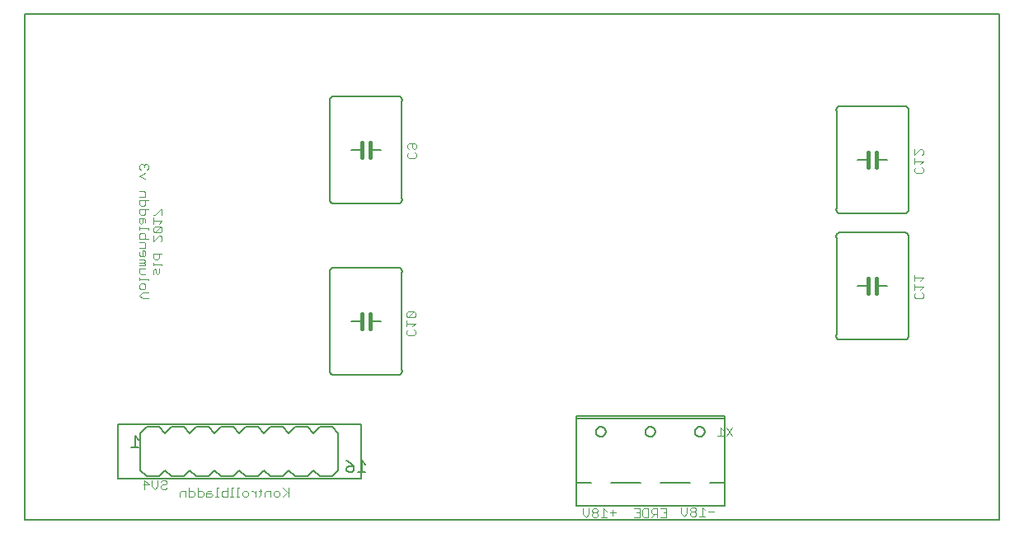
<source format=gbo>
G75*
%MOIN*%
%OFA0B0*%
%FSLAX25Y25*%
%IPPOS*%
%LPD*%
%AMOC8*
5,1,8,0,0,1.08239X$1,22.5*
%
%ADD10C,0.00591*%
%ADD11C,0.00400*%
%ADD12C,0.00600*%
%ADD13C,0.01600*%
%ADD14C,0.00500*%
D10*
X0001800Y0002213D02*
X0001800Y0206937D01*
X0395501Y0206937D01*
X0395501Y0002213D01*
X0001800Y0002213D01*
D11*
X0049479Y0016305D02*
X0051839Y0016305D01*
X0050069Y0018075D01*
X0050069Y0014535D01*
X0053104Y0015715D02*
X0053104Y0018075D01*
X0053104Y0015715D02*
X0054284Y0014535D01*
X0055464Y0015715D01*
X0055464Y0018075D01*
X0056730Y0017485D02*
X0057320Y0018075D01*
X0058500Y0018075D01*
X0059090Y0017485D01*
X0059090Y0016895D01*
X0058500Y0016305D01*
X0057320Y0016305D01*
X0056730Y0015715D01*
X0056730Y0015125D01*
X0057320Y0014535D01*
X0058500Y0014535D01*
X0059090Y0015125D01*
X0064244Y0013238D02*
X0064244Y0011468D01*
X0064244Y0013238D02*
X0064834Y0013828D01*
X0066604Y0013828D01*
X0066604Y0011468D01*
X0067869Y0011468D02*
X0069639Y0011468D01*
X0070229Y0012058D01*
X0070229Y0013238D01*
X0069639Y0013828D01*
X0067869Y0013828D01*
X0067869Y0015008D02*
X0067869Y0011468D01*
X0071494Y0011468D02*
X0073264Y0011468D01*
X0073854Y0012058D01*
X0073854Y0013238D01*
X0073264Y0013828D01*
X0071494Y0013828D01*
X0071494Y0015008D02*
X0071494Y0011468D01*
X0075119Y0011468D02*
X0075119Y0013238D01*
X0075709Y0013828D01*
X0076889Y0013828D01*
X0076889Y0012648D02*
X0075119Y0012648D01*
X0075119Y0011468D02*
X0076889Y0011468D01*
X0077479Y0012058D01*
X0076889Y0012648D01*
X0078716Y0011468D02*
X0079896Y0011468D01*
X0079306Y0011468D02*
X0079306Y0015008D01*
X0079896Y0015008D01*
X0081161Y0013238D02*
X0081751Y0013828D01*
X0083521Y0013828D01*
X0083521Y0015008D02*
X0083521Y0011468D01*
X0081751Y0011468D01*
X0081161Y0012058D01*
X0081161Y0013238D01*
X0084758Y0011468D02*
X0085938Y0011468D01*
X0085348Y0011468D02*
X0085348Y0015008D01*
X0085938Y0015008D01*
X0087765Y0015008D02*
X0087765Y0011468D01*
X0088355Y0011468D02*
X0087175Y0011468D01*
X0089620Y0012058D02*
X0089620Y0013238D01*
X0090210Y0013828D01*
X0091390Y0013828D01*
X0091980Y0013238D01*
X0091980Y0012058D01*
X0091390Y0011468D01*
X0090210Y0011468D01*
X0089620Y0012058D01*
X0093231Y0013828D02*
X0093821Y0013828D01*
X0095001Y0012648D01*
X0095001Y0011468D02*
X0095001Y0013828D01*
X0096237Y0013828D02*
X0097418Y0013828D01*
X0096828Y0014418D02*
X0096828Y0012058D01*
X0096237Y0011468D01*
X0098683Y0011468D02*
X0098683Y0013238D01*
X0099273Y0013828D01*
X0101043Y0013828D01*
X0101043Y0011468D01*
X0102308Y0012058D02*
X0102308Y0013238D01*
X0102898Y0013828D01*
X0104078Y0013828D01*
X0104668Y0013238D01*
X0104668Y0012058D01*
X0104078Y0011468D01*
X0102898Y0011468D01*
X0102308Y0012058D01*
X0105933Y0011468D02*
X0107703Y0013238D01*
X0108293Y0012648D02*
X0105933Y0015008D01*
X0108293Y0015008D02*
X0108293Y0011468D01*
X0088355Y0015008D02*
X0087765Y0015008D01*
X0156079Y0077324D02*
X0156669Y0076734D01*
X0159029Y0076734D01*
X0159619Y0077324D01*
X0159619Y0078504D01*
X0159029Y0079094D01*
X0158439Y0080359D02*
X0159619Y0081539D01*
X0156079Y0081539D01*
X0156079Y0080359D02*
X0156079Y0082719D01*
X0156669Y0083984D02*
X0159029Y0086344D01*
X0156669Y0086344D01*
X0156079Y0085754D01*
X0156079Y0084574D01*
X0156669Y0083984D01*
X0159029Y0083984D01*
X0159619Y0084574D01*
X0159619Y0085754D01*
X0159029Y0086344D01*
X0156669Y0079094D02*
X0156079Y0078504D01*
X0156079Y0077324D01*
X0057115Y0105017D02*
X0057115Y0105607D01*
X0053575Y0105607D01*
X0053575Y0105017D02*
X0053575Y0106197D01*
X0054165Y0107433D02*
X0055345Y0107433D01*
X0055935Y0108023D01*
X0055935Y0109793D01*
X0057115Y0109793D02*
X0053575Y0109793D01*
X0053575Y0108023D01*
X0054165Y0107433D01*
X0050423Y0106771D02*
X0049833Y0106181D01*
X0048063Y0106181D01*
X0048063Y0105001D02*
X0050423Y0105001D01*
X0050423Y0105591D01*
X0049833Y0106181D01*
X0050423Y0106771D02*
X0049833Y0107361D01*
X0048063Y0107361D01*
X0048653Y0108626D02*
X0049833Y0108626D01*
X0050423Y0109216D01*
X0050423Y0110396D01*
X0049833Y0110986D01*
X0049243Y0110986D01*
X0049243Y0108626D01*
X0048653Y0108626D02*
X0048063Y0109216D01*
X0048063Y0110396D01*
X0048063Y0112251D02*
X0050423Y0112251D01*
X0050423Y0114021D01*
X0049833Y0114611D01*
X0048063Y0114611D01*
X0048063Y0115877D02*
X0048063Y0117647D01*
X0048653Y0118237D01*
X0049833Y0118237D01*
X0050423Y0117647D01*
X0050423Y0115877D01*
X0051603Y0115877D02*
X0048063Y0115877D01*
X0053575Y0117044D02*
X0053575Y0114684D01*
X0055935Y0117044D01*
X0056525Y0117044D01*
X0057115Y0116454D01*
X0057115Y0115274D01*
X0056525Y0114684D01*
X0056525Y0118309D02*
X0054165Y0118309D01*
X0056525Y0120669D01*
X0054165Y0120669D01*
X0053575Y0120079D01*
X0053575Y0118899D01*
X0054165Y0118309D01*
X0056525Y0118309D02*
X0057115Y0118899D01*
X0057115Y0120079D01*
X0056525Y0120669D01*
X0055935Y0121934D02*
X0057115Y0123114D01*
X0053575Y0123114D01*
X0053575Y0121934D02*
X0053575Y0124294D01*
X0053575Y0125559D02*
X0054165Y0125559D01*
X0056525Y0127919D01*
X0057115Y0127919D01*
X0057115Y0125559D01*
X0051603Y0127904D02*
X0048063Y0127904D01*
X0048063Y0126134D01*
X0048653Y0125544D01*
X0049833Y0125544D01*
X0050423Y0126134D01*
X0050423Y0127904D01*
X0049833Y0129169D02*
X0050423Y0129759D01*
X0050423Y0131529D01*
X0051603Y0131529D02*
X0048063Y0131529D01*
X0048063Y0129759D01*
X0048653Y0129169D01*
X0049833Y0129169D01*
X0050423Y0132794D02*
X0050423Y0134564D01*
X0049833Y0135154D01*
X0048063Y0135154D01*
X0048063Y0132794D02*
X0050423Y0132794D01*
X0050423Y0140044D02*
X0048063Y0141224D01*
X0050423Y0142404D01*
X0051013Y0143669D02*
X0051603Y0144259D01*
X0051603Y0145439D01*
X0051013Y0146029D01*
X0050423Y0146029D01*
X0049833Y0145439D01*
X0049243Y0146029D01*
X0048653Y0146029D01*
X0048063Y0145439D01*
X0048063Y0144259D01*
X0048653Y0143669D01*
X0049833Y0144849D02*
X0049833Y0145439D01*
X0049833Y0124278D02*
X0048063Y0124278D01*
X0048063Y0122508D01*
X0048653Y0121918D01*
X0049243Y0122508D01*
X0049243Y0124278D01*
X0049833Y0124278D02*
X0050423Y0123688D01*
X0050423Y0122508D01*
X0051603Y0120092D02*
X0048063Y0120092D01*
X0048063Y0119502D02*
X0048063Y0120682D01*
X0051603Y0120092D02*
X0051603Y0119502D01*
X0050423Y0103736D02*
X0048063Y0103736D01*
X0048063Y0101966D01*
X0048653Y0101376D01*
X0050423Y0101376D01*
X0051603Y0099549D02*
X0048063Y0099549D01*
X0048063Y0098959D02*
X0048063Y0100139D01*
X0048653Y0097694D02*
X0049833Y0097694D01*
X0050423Y0097104D01*
X0050423Y0095924D01*
X0049833Y0095334D01*
X0048653Y0095334D01*
X0048063Y0095924D01*
X0048063Y0097104D01*
X0048653Y0097694D01*
X0051603Y0098959D02*
X0051603Y0099549D01*
X0053575Y0101391D02*
X0053575Y0103161D01*
X0054165Y0103751D01*
X0054755Y0103161D01*
X0054755Y0101981D01*
X0055345Y0101391D01*
X0055935Y0101981D01*
X0055935Y0103751D01*
X0051603Y0094069D02*
X0049243Y0094069D01*
X0048063Y0092889D01*
X0049243Y0091709D01*
X0051603Y0091709D01*
X0156472Y0149059D02*
X0156472Y0150239D01*
X0157062Y0150829D01*
X0157062Y0152095D02*
X0156472Y0152685D01*
X0156472Y0153865D01*
X0157062Y0154455D01*
X0159422Y0154455D01*
X0160012Y0153865D01*
X0160012Y0152685D01*
X0159422Y0152095D01*
X0158832Y0152095D01*
X0158242Y0152685D01*
X0158242Y0154455D01*
X0159422Y0150829D02*
X0160012Y0150239D01*
X0160012Y0149059D01*
X0159422Y0148469D01*
X0157062Y0148469D01*
X0156472Y0149059D01*
X0361307Y0149663D02*
X0363667Y0152023D01*
X0364257Y0152023D01*
X0364847Y0151433D01*
X0364847Y0150253D01*
X0364257Y0149663D01*
X0364847Y0147218D02*
X0361307Y0147218D01*
X0361307Y0146038D02*
X0361307Y0148398D01*
X0361307Y0149663D02*
X0361307Y0152023D01*
X0364847Y0147218D02*
X0363667Y0146038D01*
X0364257Y0144773D02*
X0364847Y0144183D01*
X0364847Y0143003D01*
X0364257Y0142413D01*
X0361897Y0142413D01*
X0361307Y0143003D01*
X0361307Y0144183D01*
X0361897Y0144773D01*
X0361307Y0101235D02*
X0361307Y0098875D01*
X0361307Y0100055D02*
X0364847Y0100055D01*
X0363667Y0098875D01*
X0361307Y0097610D02*
X0361307Y0095250D01*
X0361307Y0096430D02*
X0364847Y0096430D01*
X0363667Y0095250D01*
X0364257Y0093985D02*
X0364847Y0093395D01*
X0364847Y0092215D01*
X0364257Y0091625D01*
X0361897Y0091625D01*
X0361307Y0092215D01*
X0361307Y0093395D01*
X0361897Y0093985D01*
X0287624Y0039583D02*
X0285264Y0036043D01*
X0283998Y0036043D02*
X0281638Y0036043D01*
X0282818Y0036043D02*
X0282818Y0039583D01*
X0283998Y0038403D01*
X0285264Y0039583D02*
X0287624Y0036043D01*
X0275535Y0007134D02*
X0275535Y0003594D01*
X0276715Y0003594D02*
X0274355Y0003594D01*
X0273090Y0004184D02*
X0272500Y0003594D01*
X0271320Y0003594D01*
X0270730Y0004184D01*
X0270730Y0004774D01*
X0271320Y0005364D01*
X0272500Y0005364D01*
X0273090Y0005954D01*
X0273090Y0006544D01*
X0272500Y0007134D01*
X0271320Y0007134D01*
X0270730Y0006544D01*
X0270730Y0005954D01*
X0271320Y0005364D01*
X0272500Y0005364D02*
X0273090Y0004774D01*
X0273090Y0004184D01*
X0269465Y0004774D02*
X0268285Y0003594D01*
X0267105Y0004774D01*
X0267105Y0007134D01*
X0269465Y0007134D02*
X0269465Y0004774D01*
X0275535Y0007134D02*
X0276715Y0005954D01*
X0277980Y0005364D02*
X0280340Y0005364D01*
X0261049Y0004970D02*
X0259869Y0004970D01*
X0261049Y0003200D02*
X0258689Y0003200D01*
X0257424Y0003200D02*
X0257424Y0006740D01*
X0255654Y0006740D01*
X0255064Y0006150D01*
X0255064Y0004970D01*
X0255654Y0004380D01*
X0257424Y0004380D01*
X0256244Y0004380D02*
X0255064Y0003200D01*
X0253799Y0003200D02*
X0252029Y0003200D01*
X0251439Y0003790D01*
X0251439Y0006150D01*
X0252029Y0006740D01*
X0253799Y0006740D01*
X0253799Y0003200D01*
X0250173Y0003200D02*
X0247813Y0003200D01*
X0248993Y0004970D02*
X0250173Y0004970D01*
X0250173Y0006740D02*
X0250173Y0003200D01*
X0250173Y0006740D02*
X0247813Y0006740D01*
X0240576Y0004970D02*
X0238216Y0004970D01*
X0236951Y0005560D02*
X0235771Y0006740D01*
X0235771Y0003200D01*
X0236951Y0003200D02*
X0234591Y0003200D01*
X0233326Y0003790D02*
X0233326Y0004380D01*
X0232736Y0004970D01*
X0231556Y0004970D01*
X0230966Y0004380D01*
X0230966Y0003790D01*
X0231556Y0003200D01*
X0232736Y0003200D01*
X0233326Y0003790D01*
X0232736Y0004970D02*
X0233326Y0005560D01*
X0233326Y0006150D01*
X0232736Y0006740D01*
X0231556Y0006740D01*
X0230966Y0006150D01*
X0230966Y0005560D01*
X0231556Y0004970D01*
X0229701Y0004380D02*
X0228521Y0003200D01*
X0227341Y0004380D01*
X0227341Y0006740D01*
X0229701Y0006740D02*
X0229701Y0004380D01*
X0239396Y0003790D02*
X0239396Y0006150D01*
X0258689Y0006740D02*
X0261049Y0006740D01*
X0261049Y0003200D01*
D12*
X0284556Y0007622D02*
X0284556Y0017122D01*
X0278556Y0017122D01*
X0284556Y0017122D02*
X0284556Y0043122D01*
X0284556Y0044122D01*
X0224556Y0044122D01*
X0224556Y0043122D01*
X0224556Y0017122D01*
X0224556Y0007622D01*
X0284556Y0007622D01*
X0270556Y0017122D02*
X0258556Y0017122D01*
X0250556Y0017122D02*
X0238556Y0017122D01*
X0230556Y0017122D02*
X0224556Y0017122D01*
X0232556Y0037822D02*
X0232558Y0037911D01*
X0232564Y0038000D01*
X0232574Y0038089D01*
X0232588Y0038177D01*
X0232605Y0038264D01*
X0232627Y0038350D01*
X0232653Y0038436D01*
X0232682Y0038520D01*
X0232715Y0038603D01*
X0232751Y0038684D01*
X0232792Y0038764D01*
X0232835Y0038841D01*
X0232882Y0038917D01*
X0232933Y0038990D01*
X0232986Y0039061D01*
X0233043Y0039130D01*
X0233103Y0039196D01*
X0233166Y0039260D01*
X0233231Y0039320D01*
X0233299Y0039378D01*
X0233370Y0039432D01*
X0233443Y0039483D01*
X0233518Y0039531D01*
X0233595Y0039576D01*
X0233674Y0039617D01*
X0233755Y0039654D01*
X0233837Y0039688D01*
X0233921Y0039719D01*
X0234006Y0039745D01*
X0234092Y0039768D01*
X0234179Y0039786D01*
X0234267Y0039801D01*
X0234356Y0039812D01*
X0234445Y0039819D01*
X0234534Y0039822D01*
X0234623Y0039821D01*
X0234712Y0039816D01*
X0234800Y0039807D01*
X0234889Y0039794D01*
X0234976Y0039777D01*
X0235063Y0039757D01*
X0235149Y0039732D01*
X0235233Y0039704D01*
X0235316Y0039672D01*
X0235398Y0039636D01*
X0235478Y0039597D01*
X0235556Y0039554D01*
X0235632Y0039508D01*
X0235706Y0039458D01*
X0235778Y0039405D01*
X0235847Y0039349D01*
X0235914Y0039290D01*
X0235978Y0039228D01*
X0236039Y0039164D01*
X0236098Y0039096D01*
X0236153Y0039026D01*
X0236205Y0038954D01*
X0236254Y0038879D01*
X0236299Y0038803D01*
X0236341Y0038724D01*
X0236379Y0038644D01*
X0236414Y0038562D01*
X0236445Y0038478D01*
X0236473Y0038393D01*
X0236496Y0038307D01*
X0236516Y0038220D01*
X0236532Y0038133D01*
X0236544Y0038044D01*
X0236552Y0037956D01*
X0236556Y0037867D01*
X0236556Y0037777D01*
X0236552Y0037688D01*
X0236544Y0037600D01*
X0236532Y0037511D01*
X0236516Y0037424D01*
X0236496Y0037337D01*
X0236473Y0037251D01*
X0236445Y0037166D01*
X0236414Y0037082D01*
X0236379Y0037000D01*
X0236341Y0036920D01*
X0236299Y0036841D01*
X0236254Y0036765D01*
X0236205Y0036690D01*
X0236153Y0036618D01*
X0236098Y0036548D01*
X0236039Y0036480D01*
X0235978Y0036416D01*
X0235914Y0036354D01*
X0235847Y0036295D01*
X0235778Y0036239D01*
X0235706Y0036186D01*
X0235632Y0036136D01*
X0235556Y0036090D01*
X0235478Y0036047D01*
X0235398Y0036008D01*
X0235316Y0035972D01*
X0235233Y0035940D01*
X0235149Y0035912D01*
X0235063Y0035887D01*
X0234976Y0035867D01*
X0234889Y0035850D01*
X0234800Y0035837D01*
X0234712Y0035828D01*
X0234623Y0035823D01*
X0234534Y0035822D01*
X0234445Y0035825D01*
X0234356Y0035832D01*
X0234267Y0035843D01*
X0234179Y0035858D01*
X0234092Y0035876D01*
X0234006Y0035899D01*
X0233921Y0035925D01*
X0233837Y0035956D01*
X0233755Y0035990D01*
X0233674Y0036027D01*
X0233595Y0036068D01*
X0233518Y0036113D01*
X0233443Y0036161D01*
X0233370Y0036212D01*
X0233299Y0036266D01*
X0233231Y0036324D01*
X0233166Y0036384D01*
X0233103Y0036448D01*
X0233043Y0036514D01*
X0232986Y0036583D01*
X0232933Y0036654D01*
X0232882Y0036727D01*
X0232835Y0036803D01*
X0232792Y0036880D01*
X0232751Y0036960D01*
X0232715Y0037041D01*
X0232682Y0037124D01*
X0232653Y0037208D01*
X0232627Y0037294D01*
X0232605Y0037380D01*
X0232588Y0037467D01*
X0232574Y0037555D01*
X0232564Y0037644D01*
X0232558Y0037733D01*
X0232556Y0037822D01*
X0224556Y0043122D02*
X0284556Y0043122D01*
X0272556Y0037822D02*
X0272558Y0037911D01*
X0272564Y0038000D01*
X0272574Y0038089D01*
X0272588Y0038177D01*
X0272605Y0038264D01*
X0272627Y0038350D01*
X0272653Y0038436D01*
X0272682Y0038520D01*
X0272715Y0038603D01*
X0272751Y0038684D01*
X0272792Y0038764D01*
X0272835Y0038841D01*
X0272882Y0038917D01*
X0272933Y0038990D01*
X0272986Y0039061D01*
X0273043Y0039130D01*
X0273103Y0039196D01*
X0273166Y0039260D01*
X0273231Y0039320D01*
X0273299Y0039378D01*
X0273370Y0039432D01*
X0273443Y0039483D01*
X0273518Y0039531D01*
X0273595Y0039576D01*
X0273674Y0039617D01*
X0273755Y0039654D01*
X0273837Y0039688D01*
X0273921Y0039719D01*
X0274006Y0039745D01*
X0274092Y0039768D01*
X0274179Y0039786D01*
X0274267Y0039801D01*
X0274356Y0039812D01*
X0274445Y0039819D01*
X0274534Y0039822D01*
X0274623Y0039821D01*
X0274712Y0039816D01*
X0274800Y0039807D01*
X0274889Y0039794D01*
X0274976Y0039777D01*
X0275063Y0039757D01*
X0275149Y0039732D01*
X0275233Y0039704D01*
X0275316Y0039672D01*
X0275398Y0039636D01*
X0275478Y0039597D01*
X0275556Y0039554D01*
X0275632Y0039508D01*
X0275706Y0039458D01*
X0275778Y0039405D01*
X0275847Y0039349D01*
X0275914Y0039290D01*
X0275978Y0039228D01*
X0276039Y0039164D01*
X0276098Y0039096D01*
X0276153Y0039026D01*
X0276205Y0038954D01*
X0276254Y0038879D01*
X0276299Y0038803D01*
X0276341Y0038724D01*
X0276379Y0038644D01*
X0276414Y0038562D01*
X0276445Y0038478D01*
X0276473Y0038393D01*
X0276496Y0038307D01*
X0276516Y0038220D01*
X0276532Y0038133D01*
X0276544Y0038044D01*
X0276552Y0037956D01*
X0276556Y0037867D01*
X0276556Y0037777D01*
X0276552Y0037688D01*
X0276544Y0037600D01*
X0276532Y0037511D01*
X0276516Y0037424D01*
X0276496Y0037337D01*
X0276473Y0037251D01*
X0276445Y0037166D01*
X0276414Y0037082D01*
X0276379Y0037000D01*
X0276341Y0036920D01*
X0276299Y0036841D01*
X0276254Y0036765D01*
X0276205Y0036690D01*
X0276153Y0036618D01*
X0276098Y0036548D01*
X0276039Y0036480D01*
X0275978Y0036416D01*
X0275914Y0036354D01*
X0275847Y0036295D01*
X0275778Y0036239D01*
X0275706Y0036186D01*
X0275632Y0036136D01*
X0275556Y0036090D01*
X0275478Y0036047D01*
X0275398Y0036008D01*
X0275316Y0035972D01*
X0275233Y0035940D01*
X0275149Y0035912D01*
X0275063Y0035887D01*
X0274976Y0035867D01*
X0274889Y0035850D01*
X0274800Y0035837D01*
X0274712Y0035828D01*
X0274623Y0035823D01*
X0274534Y0035822D01*
X0274445Y0035825D01*
X0274356Y0035832D01*
X0274267Y0035843D01*
X0274179Y0035858D01*
X0274092Y0035876D01*
X0274006Y0035899D01*
X0273921Y0035925D01*
X0273837Y0035956D01*
X0273755Y0035990D01*
X0273674Y0036027D01*
X0273595Y0036068D01*
X0273518Y0036113D01*
X0273443Y0036161D01*
X0273370Y0036212D01*
X0273299Y0036266D01*
X0273231Y0036324D01*
X0273166Y0036384D01*
X0273103Y0036448D01*
X0273043Y0036514D01*
X0272986Y0036583D01*
X0272933Y0036654D01*
X0272882Y0036727D01*
X0272835Y0036803D01*
X0272792Y0036880D01*
X0272751Y0036960D01*
X0272715Y0037041D01*
X0272682Y0037124D01*
X0272653Y0037208D01*
X0272627Y0037294D01*
X0272605Y0037380D01*
X0272588Y0037467D01*
X0272574Y0037555D01*
X0272564Y0037644D01*
X0272558Y0037733D01*
X0272556Y0037822D01*
X0252556Y0037822D02*
X0252558Y0037911D01*
X0252564Y0038000D01*
X0252574Y0038089D01*
X0252588Y0038177D01*
X0252605Y0038264D01*
X0252627Y0038350D01*
X0252653Y0038436D01*
X0252682Y0038520D01*
X0252715Y0038603D01*
X0252751Y0038684D01*
X0252792Y0038764D01*
X0252835Y0038841D01*
X0252882Y0038917D01*
X0252933Y0038990D01*
X0252986Y0039061D01*
X0253043Y0039130D01*
X0253103Y0039196D01*
X0253166Y0039260D01*
X0253231Y0039320D01*
X0253299Y0039378D01*
X0253370Y0039432D01*
X0253443Y0039483D01*
X0253518Y0039531D01*
X0253595Y0039576D01*
X0253674Y0039617D01*
X0253755Y0039654D01*
X0253837Y0039688D01*
X0253921Y0039719D01*
X0254006Y0039745D01*
X0254092Y0039768D01*
X0254179Y0039786D01*
X0254267Y0039801D01*
X0254356Y0039812D01*
X0254445Y0039819D01*
X0254534Y0039822D01*
X0254623Y0039821D01*
X0254712Y0039816D01*
X0254800Y0039807D01*
X0254889Y0039794D01*
X0254976Y0039777D01*
X0255063Y0039757D01*
X0255149Y0039732D01*
X0255233Y0039704D01*
X0255316Y0039672D01*
X0255398Y0039636D01*
X0255478Y0039597D01*
X0255556Y0039554D01*
X0255632Y0039508D01*
X0255706Y0039458D01*
X0255778Y0039405D01*
X0255847Y0039349D01*
X0255914Y0039290D01*
X0255978Y0039228D01*
X0256039Y0039164D01*
X0256098Y0039096D01*
X0256153Y0039026D01*
X0256205Y0038954D01*
X0256254Y0038879D01*
X0256299Y0038803D01*
X0256341Y0038724D01*
X0256379Y0038644D01*
X0256414Y0038562D01*
X0256445Y0038478D01*
X0256473Y0038393D01*
X0256496Y0038307D01*
X0256516Y0038220D01*
X0256532Y0038133D01*
X0256544Y0038044D01*
X0256552Y0037956D01*
X0256556Y0037867D01*
X0256556Y0037777D01*
X0256552Y0037688D01*
X0256544Y0037600D01*
X0256532Y0037511D01*
X0256516Y0037424D01*
X0256496Y0037337D01*
X0256473Y0037251D01*
X0256445Y0037166D01*
X0256414Y0037082D01*
X0256379Y0037000D01*
X0256341Y0036920D01*
X0256299Y0036841D01*
X0256254Y0036765D01*
X0256205Y0036690D01*
X0256153Y0036618D01*
X0256098Y0036548D01*
X0256039Y0036480D01*
X0255978Y0036416D01*
X0255914Y0036354D01*
X0255847Y0036295D01*
X0255778Y0036239D01*
X0255706Y0036186D01*
X0255632Y0036136D01*
X0255556Y0036090D01*
X0255478Y0036047D01*
X0255398Y0036008D01*
X0255316Y0035972D01*
X0255233Y0035940D01*
X0255149Y0035912D01*
X0255063Y0035887D01*
X0254976Y0035867D01*
X0254889Y0035850D01*
X0254800Y0035837D01*
X0254712Y0035828D01*
X0254623Y0035823D01*
X0254534Y0035822D01*
X0254445Y0035825D01*
X0254356Y0035832D01*
X0254267Y0035843D01*
X0254179Y0035858D01*
X0254092Y0035876D01*
X0254006Y0035899D01*
X0253921Y0035925D01*
X0253837Y0035956D01*
X0253755Y0035990D01*
X0253674Y0036027D01*
X0253595Y0036068D01*
X0253518Y0036113D01*
X0253443Y0036161D01*
X0253370Y0036212D01*
X0253299Y0036266D01*
X0253231Y0036324D01*
X0253166Y0036384D01*
X0253103Y0036448D01*
X0253043Y0036514D01*
X0252986Y0036583D01*
X0252933Y0036654D01*
X0252882Y0036727D01*
X0252835Y0036803D01*
X0252792Y0036880D01*
X0252751Y0036960D01*
X0252715Y0037041D01*
X0252682Y0037124D01*
X0252653Y0037208D01*
X0252627Y0037294D01*
X0252605Y0037380D01*
X0252588Y0037467D01*
X0252574Y0037555D01*
X0252564Y0037644D01*
X0252558Y0037733D01*
X0252556Y0037822D01*
X0329820Y0077016D02*
X0329820Y0116386D01*
X0329798Y0116459D01*
X0329780Y0116534D01*
X0329765Y0116609D01*
X0329754Y0116685D01*
X0329747Y0116761D01*
X0329743Y0116837D01*
X0329744Y0116914D01*
X0329748Y0116991D01*
X0329755Y0117067D01*
X0329767Y0117143D01*
X0329782Y0117218D01*
X0329801Y0117292D01*
X0329824Y0117365D01*
X0329850Y0117437D01*
X0329879Y0117508D01*
X0329912Y0117577D01*
X0329949Y0117644D01*
X0329988Y0117710D01*
X0330031Y0117774D01*
X0330077Y0117835D01*
X0330126Y0117894D01*
X0330177Y0117951D01*
X0330232Y0118005D01*
X0330289Y0118056D01*
X0330348Y0118104D01*
X0330410Y0118150D01*
X0330474Y0118192D01*
X0330540Y0118231D01*
X0330607Y0118267D01*
X0330677Y0118299D01*
X0330748Y0118328D01*
X0330820Y0118354D01*
X0357820Y0118354D01*
X0357819Y0118354D02*
X0357891Y0118328D01*
X0357962Y0118299D01*
X0358032Y0118267D01*
X0358099Y0118231D01*
X0358165Y0118192D01*
X0358229Y0118150D01*
X0358291Y0118104D01*
X0358350Y0118056D01*
X0358407Y0118005D01*
X0358462Y0117951D01*
X0358513Y0117894D01*
X0358562Y0117835D01*
X0358608Y0117774D01*
X0358651Y0117710D01*
X0358690Y0117644D01*
X0358727Y0117577D01*
X0358760Y0117508D01*
X0358789Y0117437D01*
X0358815Y0117365D01*
X0358838Y0117292D01*
X0358857Y0117218D01*
X0358872Y0117143D01*
X0358884Y0117067D01*
X0358891Y0116991D01*
X0358895Y0116914D01*
X0358896Y0116837D01*
X0358892Y0116761D01*
X0358885Y0116685D01*
X0358874Y0116609D01*
X0358859Y0116534D01*
X0358841Y0116459D01*
X0358819Y0116386D01*
X0358820Y0116386D02*
X0358820Y0077016D01*
X0358819Y0077015D02*
X0358841Y0076942D01*
X0358859Y0076867D01*
X0358874Y0076792D01*
X0358885Y0076716D01*
X0358892Y0076640D01*
X0358896Y0076564D01*
X0358895Y0076487D01*
X0358891Y0076410D01*
X0358884Y0076334D01*
X0358872Y0076258D01*
X0358857Y0076183D01*
X0358838Y0076109D01*
X0358815Y0076036D01*
X0358789Y0075964D01*
X0358760Y0075893D01*
X0358727Y0075824D01*
X0358690Y0075757D01*
X0358651Y0075691D01*
X0358608Y0075627D01*
X0358562Y0075566D01*
X0358513Y0075507D01*
X0358462Y0075450D01*
X0358407Y0075396D01*
X0358350Y0075345D01*
X0358291Y0075297D01*
X0358229Y0075251D01*
X0358165Y0075209D01*
X0358099Y0075170D01*
X0358032Y0075134D01*
X0357962Y0075102D01*
X0357891Y0075073D01*
X0357819Y0075047D01*
X0357820Y0075047D02*
X0330820Y0075047D01*
X0330748Y0075073D01*
X0330677Y0075102D01*
X0330607Y0075134D01*
X0330540Y0075170D01*
X0330474Y0075209D01*
X0330410Y0075251D01*
X0330348Y0075297D01*
X0330289Y0075345D01*
X0330232Y0075396D01*
X0330177Y0075450D01*
X0330126Y0075507D01*
X0330077Y0075566D01*
X0330031Y0075627D01*
X0329988Y0075691D01*
X0329949Y0075757D01*
X0329912Y0075824D01*
X0329879Y0075893D01*
X0329850Y0075964D01*
X0329824Y0076036D01*
X0329801Y0076109D01*
X0329782Y0076183D01*
X0329767Y0076258D01*
X0329755Y0076334D01*
X0329748Y0076410D01*
X0329744Y0076487D01*
X0329743Y0076564D01*
X0329747Y0076640D01*
X0329754Y0076716D01*
X0329765Y0076792D01*
X0329780Y0076867D01*
X0329798Y0076942D01*
X0329820Y0077015D01*
X0338320Y0096701D02*
X0342520Y0096701D01*
X0346020Y0096701D02*
X0350320Y0096701D01*
X0357820Y0126228D02*
X0330820Y0126228D01*
X0330820Y0126229D02*
X0330748Y0126255D01*
X0330677Y0126284D01*
X0330607Y0126316D01*
X0330540Y0126352D01*
X0330474Y0126391D01*
X0330410Y0126433D01*
X0330348Y0126479D01*
X0330289Y0126527D01*
X0330232Y0126578D01*
X0330177Y0126632D01*
X0330126Y0126689D01*
X0330077Y0126748D01*
X0330031Y0126809D01*
X0329988Y0126873D01*
X0329949Y0126939D01*
X0329912Y0127006D01*
X0329879Y0127075D01*
X0329850Y0127146D01*
X0329824Y0127218D01*
X0329801Y0127291D01*
X0329782Y0127365D01*
X0329767Y0127440D01*
X0329755Y0127516D01*
X0329748Y0127592D01*
X0329744Y0127669D01*
X0329743Y0127746D01*
X0329747Y0127822D01*
X0329754Y0127898D01*
X0329765Y0127974D01*
X0329780Y0128049D01*
X0329798Y0128124D01*
X0329820Y0128197D01*
X0329820Y0167567D01*
X0329798Y0167640D01*
X0329780Y0167715D01*
X0329765Y0167790D01*
X0329754Y0167866D01*
X0329747Y0167942D01*
X0329743Y0168018D01*
X0329744Y0168095D01*
X0329748Y0168172D01*
X0329755Y0168248D01*
X0329767Y0168324D01*
X0329782Y0168399D01*
X0329801Y0168473D01*
X0329824Y0168546D01*
X0329850Y0168618D01*
X0329879Y0168689D01*
X0329912Y0168758D01*
X0329949Y0168825D01*
X0329988Y0168891D01*
X0330031Y0168955D01*
X0330077Y0169016D01*
X0330126Y0169075D01*
X0330177Y0169132D01*
X0330232Y0169186D01*
X0330289Y0169237D01*
X0330348Y0169285D01*
X0330410Y0169331D01*
X0330474Y0169373D01*
X0330540Y0169412D01*
X0330607Y0169448D01*
X0330677Y0169480D01*
X0330748Y0169509D01*
X0330820Y0169535D01*
X0357820Y0169535D01*
X0357819Y0169535D02*
X0357891Y0169509D01*
X0357962Y0169480D01*
X0358032Y0169448D01*
X0358099Y0169412D01*
X0358165Y0169373D01*
X0358229Y0169331D01*
X0358291Y0169285D01*
X0358350Y0169237D01*
X0358407Y0169186D01*
X0358462Y0169132D01*
X0358513Y0169075D01*
X0358562Y0169016D01*
X0358608Y0168955D01*
X0358651Y0168891D01*
X0358690Y0168825D01*
X0358727Y0168758D01*
X0358760Y0168689D01*
X0358789Y0168618D01*
X0358815Y0168546D01*
X0358838Y0168473D01*
X0358857Y0168399D01*
X0358872Y0168324D01*
X0358884Y0168248D01*
X0358891Y0168172D01*
X0358895Y0168095D01*
X0358896Y0168018D01*
X0358892Y0167942D01*
X0358885Y0167866D01*
X0358874Y0167790D01*
X0358859Y0167715D01*
X0358841Y0167640D01*
X0358819Y0167567D01*
X0358820Y0167567D02*
X0358820Y0128197D01*
X0358819Y0128197D02*
X0358841Y0128124D01*
X0358859Y0128049D01*
X0358874Y0127974D01*
X0358885Y0127898D01*
X0358892Y0127822D01*
X0358896Y0127746D01*
X0358895Y0127669D01*
X0358891Y0127592D01*
X0358884Y0127516D01*
X0358872Y0127440D01*
X0358857Y0127365D01*
X0358838Y0127291D01*
X0358815Y0127218D01*
X0358789Y0127146D01*
X0358760Y0127075D01*
X0358727Y0127006D01*
X0358690Y0126939D01*
X0358651Y0126873D01*
X0358608Y0126809D01*
X0358562Y0126748D01*
X0358513Y0126689D01*
X0358462Y0126632D01*
X0358407Y0126578D01*
X0358350Y0126527D01*
X0358291Y0126479D01*
X0358229Y0126433D01*
X0358165Y0126391D01*
X0358099Y0126352D01*
X0358032Y0126316D01*
X0357962Y0126284D01*
X0357891Y0126255D01*
X0357819Y0126229D01*
X0350320Y0147882D02*
X0346020Y0147882D01*
X0342520Y0147882D02*
X0338320Y0147882D01*
X0154095Y0132134D02*
X0154095Y0171504D01*
X0154117Y0171577D01*
X0154135Y0171652D01*
X0154150Y0171727D01*
X0154161Y0171803D01*
X0154168Y0171879D01*
X0154172Y0171955D01*
X0154171Y0172032D01*
X0154167Y0172109D01*
X0154160Y0172185D01*
X0154148Y0172261D01*
X0154133Y0172336D01*
X0154114Y0172410D01*
X0154091Y0172483D01*
X0154065Y0172555D01*
X0154036Y0172626D01*
X0154003Y0172695D01*
X0153966Y0172762D01*
X0153927Y0172828D01*
X0153884Y0172892D01*
X0153838Y0172953D01*
X0153789Y0173012D01*
X0153738Y0173069D01*
X0153683Y0173123D01*
X0153626Y0173174D01*
X0153567Y0173222D01*
X0153505Y0173268D01*
X0153441Y0173310D01*
X0153375Y0173349D01*
X0153308Y0173385D01*
X0153238Y0173417D01*
X0153167Y0173446D01*
X0153095Y0173472D01*
X0126095Y0173472D01*
X0126096Y0173472D02*
X0126024Y0173446D01*
X0125953Y0173417D01*
X0125883Y0173385D01*
X0125816Y0173349D01*
X0125750Y0173310D01*
X0125686Y0173268D01*
X0125624Y0173222D01*
X0125565Y0173174D01*
X0125508Y0173123D01*
X0125453Y0173069D01*
X0125402Y0173012D01*
X0125353Y0172953D01*
X0125307Y0172892D01*
X0125264Y0172828D01*
X0125225Y0172762D01*
X0125188Y0172695D01*
X0125155Y0172626D01*
X0125126Y0172555D01*
X0125100Y0172483D01*
X0125077Y0172410D01*
X0125058Y0172336D01*
X0125043Y0172261D01*
X0125031Y0172185D01*
X0125024Y0172109D01*
X0125020Y0172032D01*
X0125019Y0171955D01*
X0125023Y0171879D01*
X0125030Y0171803D01*
X0125041Y0171727D01*
X0125056Y0171652D01*
X0125074Y0171577D01*
X0125096Y0171504D01*
X0125095Y0171504D02*
X0125095Y0132134D01*
X0125096Y0132134D02*
X0125074Y0132061D01*
X0125056Y0131986D01*
X0125041Y0131911D01*
X0125030Y0131835D01*
X0125023Y0131759D01*
X0125019Y0131683D01*
X0125020Y0131606D01*
X0125024Y0131529D01*
X0125031Y0131453D01*
X0125043Y0131377D01*
X0125058Y0131302D01*
X0125077Y0131228D01*
X0125100Y0131155D01*
X0125126Y0131083D01*
X0125155Y0131012D01*
X0125188Y0130943D01*
X0125225Y0130876D01*
X0125264Y0130810D01*
X0125307Y0130746D01*
X0125353Y0130685D01*
X0125402Y0130626D01*
X0125453Y0130569D01*
X0125508Y0130515D01*
X0125565Y0130464D01*
X0125624Y0130416D01*
X0125686Y0130370D01*
X0125750Y0130328D01*
X0125816Y0130289D01*
X0125883Y0130253D01*
X0125953Y0130221D01*
X0126024Y0130192D01*
X0126096Y0130166D01*
X0126095Y0130165D02*
X0153095Y0130165D01*
X0153095Y0130166D02*
X0153167Y0130192D01*
X0153238Y0130221D01*
X0153308Y0130253D01*
X0153375Y0130289D01*
X0153441Y0130328D01*
X0153505Y0130370D01*
X0153567Y0130416D01*
X0153626Y0130464D01*
X0153683Y0130515D01*
X0153738Y0130569D01*
X0153789Y0130626D01*
X0153838Y0130685D01*
X0153884Y0130746D01*
X0153927Y0130810D01*
X0153966Y0130876D01*
X0154003Y0130943D01*
X0154036Y0131012D01*
X0154065Y0131083D01*
X0154091Y0131155D01*
X0154114Y0131228D01*
X0154133Y0131302D01*
X0154148Y0131377D01*
X0154160Y0131453D01*
X0154167Y0131529D01*
X0154171Y0131606D01*
X0154172Y0131683D01*
X0154168Y0131759D01*
X0154161Y0131835D01*
X0154150Y0131911D01*
X0154135Y0131986D01*
X0154117Y0132061D01*
X0154095Y0132134D01*
X0145595Y0151819D02*
X0141395Y0151819D01*
X0137895Y0151819D02*
X0133595Y0151819D01*
X0126095Y0104181D02*
X0153095Y0104181D01*
X0153167Y0104155D01*
X0153238Y0104126D01*
X0153308Y0104094D01*
X0153375Y0104058D01*
X0153441Y0104019D01*
X0153505Y0103977D01*
X0153567Y0103931D01*
X0153626Y0103883D01*
X0153683Y0103832D01*
X0153738Y0103778D01*
X0153789Y0103721D01*
X0153838Y0103662D01*
X0153884Y0103601D01*
X0153927Y0103537D01*
X0153966Y0103471D01*
X0154003Y0103404D01*
X0154036Y0103335D01*
X0154065Y0103264D01*
X0154091Y0103192D01*
X0154114Y0103119D01*
X0154133Y0103045D01*
X0154148Y0102970D01*
X0154160Y0102894D01*
X0154167Y0102818D01*
X0154171Y0102741D01*
X0154172Y0102664D01*
X0154168Y0102588D01*
X0154161Y0102512D01*
X0154150Y0102436D01*
X0154135Y0102361D01*
X0154117Y0102286D01*
X0154095Y0102213D01*
X0154095Y0062843D01*
X0154095Y0062842D02*
X0154117Y0062769D01*
X0154135Y0062694D01*
X0154150Y0062619D01*
X0154161Y0062543D01*
X0154168Y0062467D01*
X0154172Y0062391D01*
X0154171Y0062314D01*
X0154167Y0062237D01*
X0154160Y0062161D01*
X0154148Y0062085D01*
X0154133Y0062010D01*
X0154114Y0061936D01*
X0154091Y0061863D01*
X0154065Y0061791D01*
X0154036Y0061720D01*
X0154003Y0061651D01*
X0153966Y0061584D01*
X0153927Y0061518D01*
X0153884Y0061454D01*
X0153838Y0061393D01*
X0153789Y0061334D01*
X0153738Y0061277D01*
X0153683Y0061223D01*
X0153626Y0061172D01*
X0153567Y0061124D01*
X0153505Y0061078D01*
X0153441Y0061036D01*
X0153375Y0060997D01*
X0153308Y0060961D01*
X0153238Y0060929D01*
X0153167Y0060900D01*
X0153095Y0060874D01*
X0126095Y0060874D01*
X0126096Y0060874D02*
X0126024Y0060900D01*
X0125953Y0060929D01*
X0125883Y0060961D01*
X0125816Y0060997D01*
X0125750Y0061036D01*
X0125686Y0061078D01*
X0125624Y0061124D01*
X0125565Y0061172D01*
X0125508Y0061223D01*
X0125453Y0061277D01*
X0125402Y0061334D01*
X0125353Y0061393D01*
X0125307Y0061454D01*
X0125264Y0061518D01*
X0125225Y0061584D01*
X0125188Y0061651D01*
X0125155Y0061720D01*
X0125126Y0061791D01*
X0125100Y0061863D01*
X0125077Y0061936D01*
X0125058Y0062010D01*
X0125043Y0062085D01*
X0125031Y0062161D01*
X0125024Y0062237D01*
X0125020Y0062314D01*
X0125019Y0062391D01*
X0125023Y0062467D01*
X0125030Y0062543D01*
X0125041Y0062619D01*
X0125056Y0062694D01*
X0125074Y0062769D01*
X0125096Y0062842D01*
X0125095Y0062843D02*
X0125095Y0102213D01*
X0125096Y0102213D02*
X0125074Y0102286D01*
X0125056Y0102361D01*
X0125041Y0102436D01*
X0125030Y0102512D01*
X0125023Y0102588D01*
X0125019Y0102664D01*
X0125020Y0102741D01*
X0125024Y0102818D01*
X0125031Y0102894D01*
X0125043Y0102970D01*
X0125058Y0103045D01*
X0125077Y0103119D01*
X0125100Y0103192D01*
X0125126Y0103264D01*
X0125155Y0103335D01*
X0125188Y0103404D01*
X0125225Y0103471D01*
X0125264Y0103537D01*
X0125307Y0103601D01*
X0125353Y0103662D01*
X0125402Y0103721D01*
X0125453Y0103778D01*
X0125508Y0103832D01*
X0125565Y0103883D01*
X0125624Y0103931D01*
X0125686Y0103977D01*
X0125750Y0104019D01*
X0125816Y0104058D01*
X0125883Y0104094D01*
X0125953Y0104126D01*
X0126024Y0104155D01*
X0126096Y0104181D01*
X0133595Y0082528D02*
X0137895Y0082528D01*
X0141395Y0082528D02*
X0145595Y0082528D01*
X0125914Y0039772D02*
X0120914Y0039772D01*
X0118414Y0037272D01*
X0115914Y0039772D01*
X0110914Y0039772D01*
X0108414Y0037272D01*
X0105914Y0039772D01*
X0100914Y0039772D01*
X0098414Y0037272D01*
X0095914Y0039772D01*
X0090914Y0039772D01*
X0088414Y0037272D01*
X0085914Y0039772D01*
X0080914Y0039772D01*
X0078414Y0037272D01*
X0075914Y0039772D01*
X0070914Y0039772D01*
X0068414Y0037272D01*
X0065914Y0039772D01*
X0060914Y0039772D01*
X0058414Y0037272D01*
X0055914Y0039772D01*
X0050914Y0039772D01*
X0048414Y0037272D01*
X0048414Y0022272D01*
X0050914Y0019772D01*
X0055914Y0019772D01*
X0058414Y0022272D01*
X0060914Y0019772D01*
X0065914Y0019772D01*
X0068414Y0022272D01*
X0070914Y0019772D01*
X0075914Y0019772D01*
X0078414Y0022272D01*
X0080914Y0019772D01*
X0085914Y0019772D01*
X0088414Y0022272D01*
X0090914Y0019772D01*
X0095914Y0019772D01*
X0098414Y0022272D01*
X0100914Y0019772D01*
X0105914Y0019772D01*
X0108414Y0022272D01*
X0110914Y0019772D01*
X0115914Y0019772D01*
X0118414Y0022272D01*
X0120914Y0019772D01*
X0125914Y0019772D01*
X0128414Y0022272D01*
X0128414Y0037272D01*
X0125914Y0039772D01*
D13*
X0137895Y0079528D02*
X0137895Y0082528D01*
X0137895Y0085528D01*
X0141395Y0085528D02*
X0141395Y0082528D01*
X0141395Y0079528D01*
X0141395Y0148819D02*
X0141395Y0151819D01*
X0141395Y0154819D01*
X0137895Y0154819D02*
X0137895Y0151819D01*
X0137895Y0148819D01*
X0342520Y0147882D02*
X0342520Y0144882D01*
X0342520Y0147882D02*
X0342520Y0150882D01*
X0346020Y0150882D02*
X0346020Y0147882D01*
X0346020Y0144882D01*
X0346020Y0099701D02*
X0346020Y0096701D01*
X0346020Y0093701D01*
X0342520Y0093701D02*
X0342520Y0096701D01*
X0342520Y0099701D01*
D14*
X0137664Y0040772D02*
X0137664Y0018772D01*
X0039164Y0018772D01*
X0039164Y0040772D01*
X0137664Y0040772D01*
X0137871Y0026025D02*
X0137871Y0021522D01*
X0139372Y0021522D02*
X0136369Y0021522D01*
X0134768Y0022272D02*
X0134768Y0023774D01*
X0132516Y0023774D01*
X0131766Y0023023D01*
X0131766Y0022272D01*
X0132516Y0021522D01*
X0134017Y0021522D01*
X0134768Y0022272D01*
X0134768Y0023774D02*
X0133267Y0025275D01*
X0131766Y0026025D01*
X0137871Y0026025D02*
X0139372Y0024524D01*
X0047768Y0031522D02*
X0044766Y0031522D01*
X0046267Y0031522D02*
X0046267Y0036025D01*
X0047768Y0034524D01*
M02*

</source>
